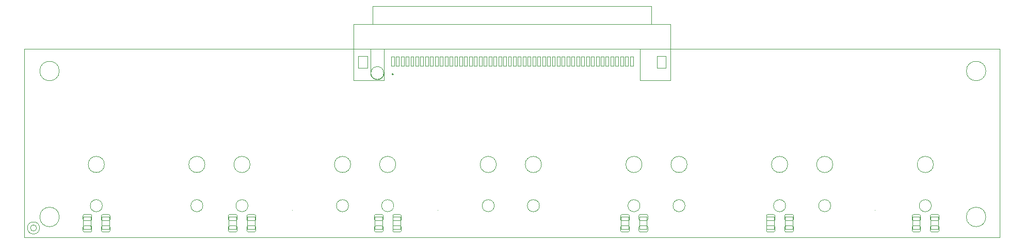
<source format=gbr>
%TF.GenerationSoftware,KiCad,Pcbnew,(7.0.0)*%
%TF.CreationDate,2023-07-13T12:17:45+02:00*%
%TF.ProjectId,RD53B_Quad_6DP_to_ERF8_Data_Adapter,52443533-425f-4517-9561-645f3644505f,V1*%
%TF.SameCoordinates,PX1767f18PY451e560*%
%TF.FileFunction,AssemblyDrawing,Bot*%
%FSLAX46Y46*%
G04 Gerber Fmt 4.6, Leading zero omitted, Abs format (unit mm)*
G04 Created by KiCad (PCBNEW (7.0.0)) date 2023-07-13 12:17:45*
%MOMM*%
%LPD*%
G01*
G04 APERTURE LIST*
%ADD10C,0.100000*%
%ADD11C,0.200000*%
%ADD12C,0.100000*%
%TD*%
%TA.AperFunction,Profile*%
%ADD13C,0.010000*%
%TD*%
G04 APERTURE END LIST*
D10*
%TO.C,J7*%
X53998000Y35005000D02*
X57138000Y35005000D01*
X53998000Y31005000D02*
X53998000Y35005000D01*
X53998000Y31005000D02*
X58998000Y31005000D01*
X53998000Y25805000D02*
X53998000Y31005000D01*
X53998000Y25805000D02*
X58998000Y25805000D01*
X57138000Y38005000D02*
X102858000Y38005000D01*
X57138000Y35005000D02*
X57138000Y38005000D01*
X57138000Y35005000D02*
X102858000Y35005000D01*
X58998000Y31005000D02*
X100998000Y31005000D01*
X58998000Y25805000D02*
X58998000Y31005000D01*
X100998000Y31005000D02*
X100998000Y25805000D01*
X100998000Y31005000D02*
X105998000Y31005000D01*
X100998000Y25805000D02*
X105998000Y25805000D01*
X102858000Y38005000D02*
X102858000Y35005000D01*
X102858000Y35005000D02*
X105998000Y35005000D01*
X105998000Y35005000D02*
X105998000Y31005000D01*
X105998000Y31005000D02*
X105998000Y25805000D01*
D11*
X60498000Y26805000D02*
G75*
G03*
X60498000Y26805000I-100000J0D01*
G01*
D10*
%TO.C,C12*%
X149903000Y3335000D02*
X148653000Y3335000D01*
X148653000Y3335000D02*
X148653000Y1335000D01*
X149903000Y1335000D02*
X149903000Y3335000D01*
X148653000Y1335000D02*
X149903000Y1335000D01*
%TO.C,R3*%
X61709000Y3335000D02*
X60459000Y3335000D01*
X60459000Y3335000D02*
X60459000Y1335000D01*
X61709000Y1335000D02*
X61709000Y3335000D01*
X60459000Y1335000D02*
X61709000Y1335000D01*
%TO.C,R6*%
X146903000Y3335000D02*
X145653000Y3335000D01*
X145653000Y3335000D02*
X145653000Y1335000D01*
X146903000Y1335000D02*
X146903000Y3335000D01*
X145653000Y1335000D02*
X146903000Y1335000D01*
%TO.C,R4*%
X99107000Y3335000D02*
X97857000Y3335000D01*
X97857000Y3335000D02*
X97857000Y1335000D01*
X99107000Y1335000D02*
X99107000Y3335000D01*
X97857000Y1335000D02*
X99107000Y1335000D01*
%TO.C,REF_Bottom*%
X2487000Y1524000D02*
G75*
G03*
X2487000Y1524000I-1000000J0D01*
G01*
%TO.C,R2*%
X37809000Y3335000D02*
X36559000Y3335000D01*
X36559000Y3335000D02*
X36559000Y1335000D01*
X37809000Y1335000D02*
X37809000Y3335000D01*
X36559000Y1335000D02*
X37809000Y1335000D01*
%TO.C,R1*%
X13913000Y3335000D02*
X12663000Y3335000D01*
X12663000Y3335000D02*
X12663000Y1335000D01*
X13913000Y1335000D02*
X13913000Y3335000D01*
X12663000Y1335000D02*
X13913000Y1335000D01*
%TO.C,C8*%
X34750000Y3335000D02*
X33500000Y3335000D01*
X33500000Y3335000D02*
X33500000Y1335000D01*
X34750000Y1335000D02*
X34750000Y3335000D01*
X33500000Y1335000D02*
X34750000Y1335000D01*
%TO.C,C7*%
X10913000Y3335000D02*
X9663000Y3335000D01*
X9663000Y3335000D02*
X9663000Y1335000D01*
X10913000Y1335000D02*
X10913000Y3335000D01*
X9663000Y1335000D02*
X10913000Y1335000D01*
%TO.C,C9*%
X58709000Y3335000D02*
X57459000Y3335000D01*
X57459000Y3335000D02*
X57459000Y1335000D01*
X58709000Y1335000D02*
X58709000Y3335000D01*
X57459000Y1335000D02*
X58709000Y1335000D01*
%TO.C,R5*%
X123005000Y3335000D02*
X121755000Y3335000D01*
X121755000Y3335000D02*
X121755000Y1335000D01*
X123005000Y1335000D02*
X123005000Y3335000D01*
X121755000Y1335000D02*
X123005000Y1335000D01*
%TO.C,C11*%
X126005000Y3335000D02*
X124755000Y3335000D01*
X124755000Y3335000D02*
X124755000Y1335000D01*
X126005000Y1335000D02*
X126005000Y3335000D01*
X124755000Y1335000D02*
X126005000Y1335000D01*
%TO.C,C10*%
X102107000Y3335000D02*
X100857000Y3335000D01*
X100857000Y3335000D02*
X100857000Y1335000D01*
X102107000Y1335000D02*
X102107000Y3335000D01*
X100857000Y1335000D02*
X102107000Y1335000D01*
%TD*%
%TO.C,*%
X5718000Y3335000D02*
G75*
G03*
X5718000Y3335000I-1600000J0D01*
G01*
%TD*%
%TO.C,J4*%
X91732500Y4405000D02*
G75*
G03*
X91732500Y4405000I-500J0D01*
G01*
X84812000Y11965000D02*
G75*
G03*
X84812000Y11965000I-1330000J0D01*
G01*
X84473000Y5185000D02*
G75*
G03*
X84473000Y5185000I-991000J0D01*
G01*
X100973000Y5185000D02*
G75*
G03*
X100973000Y5185000I-991000J0D01*
G01*
X101312000Y11965000D02*
G75*
G03*
X101312000Y11965000I-1330000J0D01*
G01*
%TD*%
%TO.C,J2*%
X43934500Y4406000D02*
G75*
G03*
X43934500Y4406000I-500J0D01*
G01*
X37014000Y11966000D02*
G75*
G03*
X37014000Y11966000I-1330000J0D01*
G01*
X36675000Y5186000D02*
G75*
G03*
X36675000Y5186000I-991000J0D01*
G01*
X53175000Y5186000D02*
G75*
G03*
X53175000Y5186000I-991000J0D01*
G01*
X53514000Y11966000D02*
G75*
G03*
X53514000Y11966000I-1330000J0D01*
G01*
%TD*%
%TO.C,J7*%
X58938000Y27005000D02*
G75*
G03*
X58938000Y27005000I-1050000J0D01*
G01*
X60148000Y29685000D02*
X60148000Y28205000D01*
X60648000Y28205000D01*
X60648000Y29685000D01*
X60148000Y29685000D01*
X60948000Y29685000D02*
X60948000Y28205000D01*
X61448000Y28205000D01*
X61448000Y29685000D01*
X60948000Y29685000D01*
X61748000Y29685000D02*
X61748000Y28205000D01*
X62248000Y28205000D01*
X62248000Y29685000D01*
X61748000Y29685000D01*
X62548000Y29685000D02*
X62548000Y28205000D01*
X63048000Y28205000D01*
X63048000Y29685000D01*
X62548000Y29685000D01*
X63348000Y29685000D02*
X63348000Y28205000D01*
X63848000Y28205000D01*
X63848000Y29685000D01*
X63348000Y29685000D01*
X64148000Y29685000D02*
X64148000Y28205000D01*
X64648000Y28205000D01*
X64648000Y29685000D01*
X64148000Y29685000D01*
X64948000Y29685000D02*
X64948000Y28205000D01*
X65448000Y28205000D01*
X65448000Y29685000D01*
X64948000Y29685000D01*
X65748000Y29685000D02*
X65748000Y28205000D01*
X66248000Y28205000D01*
X66248000Y29685000D01*
X65748000Y29685000D01*
X66548000Y29685000D02*
X66548000Y28205000D01*
X67048000Y28205000D01*
X67048000Y29685000D01*
X66548000Y29685000D01*
X67348000Y29685000D02*
X67348000Y28205000D01*
X67848000Y28205000D01*
X67848000Y29685000D01*
X67348000Y29685000D01*
X68148000Y29685000D02*
X68148000Y28205000D01*
X68648000Y28205000D01*
X68648000Y29685000D01*
X68148000Y29685000D01*
X68948000Y29685000D02*
X68948000Y28205000D01*
X69448000Y28205000D01*
X69448000Y29685000D01*
X68948000Y29685000D01*
X69748000Y29685000D02*
X69748000Y28205000D01*
X70248000Y28205000D01*
X70248000Y29685000D01*
X69748000Y29685000D01*
X70548000Y29685000D02*
X70548000Y28205000D01*
X71048000Y28205000D01*
X71048000Y29685000D01*
X70548000Y29685000D01*
X71348000Y29685000D02*
X71348000Y28205000D01*
X71848000Y28205000D01*
X71848000Y29685000D01*
X71348000Y29685000D01*
X72148000Y29685000D02*
X72148000Y28205000D01*
X72648000Y28205000D01*
X72648000Y29685000D01*
X72148000Y29685000D01*
X72948000Y29685000D02*
X72948000Y28205000D01*
X73448000Y28205000D01*
X73448000Y29685000D01*
X72948000Y29685000D01*
X73748000Y29685000D02*
X73748000Y28205000D01*
X74248000Y28205000D01*
X74248000Y29685000D01*
X73748000Y29685000D01*
X74548000Y29685000D02*
X74548000Y28205000D01*
X75048000Y28205000D01*
X75048000Y29685000D01*
X74548000Y29685000D01*
X75348000Y29685000D02*
X75348000Y28205000D01*
X75848000Y28205000D01*
X75848000Y29685000D01*
X75348000Y29685000D01*
X76148000Y29685000D02*
X76148000Y28205000D01*
X76648000Y28205000D01*
X76648000Y29685000D01*
X76148000Y29685000D01*
X76948000Y29685000D02*
X76948000Y28205000D01*
X77448000Y28205000D01*
X77448000Y29685000D01*
X76948000Y29685000D01*
X77748000Y29685000D02*
X77748000Y28205000D01*
X78248000Y28205000D01*
X78248000Y29685000D01*
X77748000Y29685000D01*
X78548000Y29685000D02*
X78548000Y28205000D01*
X79048000Y28205000D01*
X79048000Y29685000D01*
X78548000Y29685000D01*
X79348000Y29685000D02*
X79348000Y28205000D01*
X79848000Y28205000D01*
X79848000Y29685000D01*
X79348000Y29685000D01*
X80148000Y29685000D02*
X80148000Y28205000D01*
X80648000Y28205000D01*
X80648000Y29685000D01*
X80148000Y29685000D01*
X80948000Y29685000D02*
X80948000Y28205000D01*
X81448000Y28205000D01*
X81448000Y29685000D01*
X80948000Y29685000D01*
X81748000Y29685000D02*
X81748000Y28205000D01*
X82248000Y28205000D01*
X82248000Y29685000D01*
X81748000Y29685000D01*
X82548000Y29685000D02*
X82548000Y28205000D01*
X83048000Y28205000D01*
X83048000Y29685000D01*
X82548000Y29685000D01*
X83348000Y29685000D02*
X83348000Y28205000D01*
X83848000Y28205000D01*
X83848000Y29685000D01*
X83348000Y29685000D01*
X84148000Y29685000D02*
X84148000Y28205000D01*
X84648000Y28205000D01*
X84648000Y29685000D01*
X84148000Y29685000D01*
X84948000Y29685000D02*
X84948000Y28205000D01*
X85448000Y28205000D01*
X85448000Y29685000D01*
X84948000Y29685000D01*
X85748000Y29685000D02*
X85748000Y28205000D01*
X86248000Y28205000D01*
X86248000Y29685000D01*
X85748000Y29685000D01*
X86548000Y29685000D02*
X86548000Y28205000D01*
X87048000Y28205000D01*
X87048000Y29685000D01*
X86548000Y29685000D01*
X87348000Y29685000D02*
X87348000Y28205000D01*
X87848000Y28205000D01*
X87848000Y29685000D01*
X87348000Y29685000D01*
X88148000Y29685000D02*
X88148000Y28205000D01*
X88648000Y28205000D01*
X88648000Y29685000D01*
X88148000Y29685000D01*
X88948000Y29685000D02*
X88948000Y28205000D01*
X89448000Y28205000D01*
X89448000Y29685000D01*
X88948000Y29685000D01*
X89748000Y29685000D02*
X89748000Y28205000D01*
X90248000Y28205000D01*
X90248000Y29685000D01*
X89748000Y29685000D01*
X90548000Y29685000D02*
X90548000Y28205000D01*
X91048000Y28205000D01*
X91048000Y29685000D01*
X90548000Y29685000D01*
X91348000Y29685000D02*
X91348000Y28205000D01*
X91848000Y28205000D01*
X91848000Y29685000D01*
X91348000Y29685000D01*
X92148000Y29685000D02*
X92148000Y28205000D01*
X92648000Y28205000D01*
X92648000Y29685000D01*
X92148000Y29685000D01*
X92948000Y29685000D02*
X92948000Y28205000D01*
X93448000Y28205000D01*
X93448000Y29685000D01*
X92948000Y29685000D01*
X93748000Y29685000D02*
X93748000Y28205000D01*
X94248000Y28205000D01*
X94248000Y29685000D01*
X93748000Y29685000D01*
X94548000Y29685000D02*
X94548000Y28205000D01*
X95048000Y28205000D01*
X95048000Y29685000D01*
X94548000Y29685000D01*
X95348000Y29685000D02*
X95348000Y28205000D01*
X95848000Y28205000D01*
X95848000Y29685000D01*
X95348000Y29685000D01*
X96148000Y29685000D02*
X96148000Y28205000D01*
X96648000Y28205000D01*
X96648000Y29685000D01*
X96148000Y29685000D01*
X96948000Y29685000D02*
X96948000Y28205000D01*
X97448000Y28205000D01*
X97448000Y29685000D01*
X96948000Y29685000D01*
X97748000Y29685000D02*
X97748000Y28205000D01*
X98248000Y28205000D01*
X98248000Y29685000D01*
X97748000Y29685000D01*
X98548000Y29685000D02*
X98548000Y28205000D01*
X99048000Y28205000D01*
X99048000Y29685000D01*
X98548000Y29685000D01*
X99348000Y29685000D02*
X99348000Y28205000D01*
X99848000Y28205000D01*
X99848000Y29685000D01*
X99348000Y29685000D01*
X54748000Y29805000D02*
X54748000Y27805000D01*
X56248000Y27805000D01*
X56248000Y29805000D01*
X54748000Y29805000D01*
X103748000Y29805000D02*
X103748000Y27805000D01*
X105248000Y27805000D01*
X105248000Y29805000D01*
X103748000Y29805000D01*
%TD*%
%TO.C,J6*%
X139528500Y4405000D02*
G75*
G03*
X139528500Y4405000I-500J0D01*
G01*
X132608000Y11965000D02*
G75*
G03*
X132608000Y11965000I-1330000J0D01*
G01*
X132269000Y5185000D02*
G75*
G03*
X132269000Y5185000I-991000J0D01*
G01*
X148769000Y5185000D02*
G75*
G03*
X148769000Y5185000I-991000J0D01*
G01*
X149108000Y11965000D02*
G75*
G03*
X149108000Y11965000I-1330000J0D01*
G01*
%TD*%
%TO.C,*%
X5718000Y27335000D02*
G75*
G03*
X5718000Y27335000I-1600000J0D01*
G01*
%TD*%
%TO.C,J5*%
X115630500Y4405000D02*
G75*
G03*
X115630500Y4405000I-500J0D01*
G01*
X108710000Y11965000D02*
G75*
G03*
X108710000Y11965000I-1330000J0D01*
G01*
X108371000Y5185000D02*
G75*
G03*
X108371000Y5185000I-991000J0D01*
G01*
X124871000Y5185000D02*
G75*
G03*
X124871000Y5185000I-991000J0D01*
G01*
X125210000Y11965000D02*
G75*
G03*
X125210000Y11965000I-1330000J0D01*
G01*
%TD*%
%TO.C,J3*%
X67834500Y4405000D02*
G75*
G03*
X67834500Y4405000I-500J0D01*
G01*
X60914000Y11965000D02*
G75*
G03*
X60914000Y11965000I-1330000J0D01*
G01*
X60575000Y5185000D02*
G75*
G03*
X60575000Y5185000I-991000J0D01*
G01*
X77075000Y5185000D02*
G75*
G03*
X77075000Y5185000I-991000J0D01*
G01*
X77414000Y11965000D02*
G75*
G03*
X77414000Y11965000I-1330000J0D01*
G01*
%TD*%
%TO.C,*%
X157718000Y3335000D02*
G75*
G03*
X157718000Y3335000I-1600000J0D01*
G01*
%TD*%
%TO.C,J1*%
X20038500Y4405000D02*
G75*
G03*
X20038500Y4405000I-500J0D01*
G01*
X13118000Y11965000D02*
G75*
G03*
X13118000Y11965000I-1330000J0D01*
G01*
X12779000Y5185000D02*
G75*
G03*
X12779000Y5185000I-991000J0D01*
G01*
X29279000Y5185000D02*
G75*
G03*
X29279000Y5185000I-991000J0D01*
G01*
X29618000Y11965000D02*
G75*
G03*
X29618000Y11965000I-1330000J0D01*
G01*
%TD*%
%TO.C,*%
X157718000Y27335000D02*
G75*
G03*
X157718000Y27335000I-1600000J0D01*
G01*
%TD*%
D12*
%TO.C,C12*%
D10*
X149753000Y3785000D02*
X149848671Y3765970D01*
X149929777Y3711777D01*
X149983970Y3630671D01*
X150003000Y3535000D01*
X150003000Y3035000D01*
X149983970Y2939329D01*
X149929777Y2858223D01*
X149848671Y2804030D01*
X149753000Y2785000D01*
X148803000Y2785000D01*
X148707329Y2804030D01*
X148626223Y2858223D01*
X148572030Y2939329D01*
X148553000Y3035000D01*
X148553000Y3535000D01*
X148572030Y3630671D01*
X148626223Y3711777D01*
X148707329Y3765970D01*
X148803000Y3785000D01*
X149753000Y3785000D01*
D12*
D10*
X149753000Y1885000D02*
X149848671Y1865970D01*
X149929777Y1811777D01*
X149983970Y1730671D01*
X150003000Y1635000D01*
X150003000Y1135000D01*
X149983970Y1039329D01*
X149929777Y958223D01*
X149848671Y904030D01*
X149753000Y885000D01*
X148803000Y885000D01*
X148707329Y904030D01*
X148626223Y958223D01*
X148572030Y1039329D01*
X148553000Y1135000D01*
X148553000Y1635000D01*
X148572030Y1730671D01*
X148626223Y1811777D01*
X148707329Y1865970D01*
X148803000Y1885000D01*
X149753000Y1885000D01*
%TD*%
D12*
%TO.C,R3*%
D10*
X61534000Y3760000D02*
X61629671Y3740970D01*
X61710777Y3686777D01*
X61764970Y3605671D01*
X61784000Y3510000D01*
X61784000Y2985000D01*
X61764970Y2889329D01*
X61710777Y2808223D01*
X61629671Y2754030D01*
X61534000Y2735000D01*
X60634000Y2735000D01*
X60538329Y2754030D01*
X60457223Y2808223D01*
X60403030Y2889329D01*
X60384000Y2985000D01*
X60384000Y3510000D01*
X60403030Y3605671D01*
X60457223Y3686777D01*
X60538329Y3740970D01*
X60634000Y3760000D01*
X61534000Y3760000D01*
D12*
D10*
X61534000Y1935000D02*
X61629671Y1915970D01*
X61710777Y1861777D01*
X61764970Y1780671D01*
X61784000Y1685000D01*
X61784000Y1160000D01*
X61764970Y1064329D01*
X61710777Y983223D01*
X61629671Y929030D01*
X61534000Y910000D01*
X60634000Y910000D01*
X60538329Y929030D01*
X60457223Y983223D01*
X60403030Y1064329D01*
X60384000Y1160000D01*
X60384000Y1685000D01*
X60403030Y1780671D01*
X60457223Y1861777D01*
X60538329Y1915970D01*
X60634000Y1935000D01*
X61534000Y1935000D01*
%TD*%
D12*
%TO.C,R6*%
D10*
X146728000Y3760000D02*
X146823671Y3740970D01*
X146904777Y3686777D01*
X146958970Y3605671D01*
X146978000Y3510000D01*
X146978000Y2985000D01*
X146958970Y2889329D01*
X146904777Y2808223D01*
X146823671Y2754030D01*
X146728000Y2735000D01*
X145828000Y2735000D01*
X145732329Y2754030D01*
X145651223Y2808223D01*
X145597030Y2889329D01*
X145578000Y2985000D01*
X145578000Y3510000D01*
X145597030Y3605671D01*
X145651223Y3686777D01*
X145732329Y3740970D01*
X145828000Y3760000D01*
X146728000Y3760000D01*
D12*
D10*
X146728000Y1935000D02*
X146823671Y1915970D01*
X146904777Y1861777D01*
X146958970Y1780671D01*
X146978000Y1685000D01*
X146978000Y1160000D01*
X146958970Y1064329D01*
X146904777Y983223D01*
X146823671Y929030D01*
X146728000Y910000D01*
X145828000Y910000D01*
X145732329Y929030D01*
X145651223Y983223D01*
X145597030Y1064329D01*
X145578000Y1160000D01*
X145578000Y1685000D01*
X145597030Y1780671D01*
X145651223Y1861777D01*
X145732329Y1915970D01*
X145828000Y1935000D01*
X146728000Y1935000D01*
%TD*%
D12*
%TO.C,R4*%
D10*
X98932000Y3760000D02*
X99027671Y3740970D01*
X99108777Y3686777D01*
X99162970Y3605671D01*
X99182000Y3510000D01*
X99182000Y2985000D01*
X99162970Y2889329D01*
X99108777Y2808223D01*
X99027671Y2754030D01*
X98932000Y2735000D01*
X98032000Y2735000D01*
X97936329Y2754030D01*
X97855223Y2808223D01*
X97801030Y2889329D01*
X97782000Y2985000D01*
X97782000Y3510000D01*
X97801030Y3605671D01*
X97855223Y3686777D01*
X97936329Y3740970D01*
X98032000Y3760000D01*
X98932000Y3760000D01*
D12*
D10*
X98932000Y1935000D02*
X99027671Y1915970D01*
X99108777Y1861777D01*
X99162970Y1780671D01*
X99182000Y1685000D01*
X99182000Y1160000D01*
X99162970Y1064329D01*
X99108777Y983223D01*
X99027671Y929030D01*
X98932000Y910000D01*
X98032000Y910000D01*
X97936329Y929030D01*
X97855223Y983223D01*
X97801030Y1064329D01*
X97782000Y1160000D01*
X97782000Y1685000D01*
X97801030Y1780671D01*
X97855223Y1861777D01*
X97936329Y1915970D01*
X98032000Y1935000D01*
X98932000Y1935000D01*
%TD*%
%TO.C,REF_Bottom*%
X1987000Y1524000D02*
G75*
G03*
X1987000Y1524000I-500000J0D01*
G01*
%TD*%
D12*
%TO.C,R2*%
D10*
X37634000Y3760000D02*
X37729671Y3740970D01*
X37810777Y3686777D01*
X37864970Y3605671D01*
X37884000Y3510000D01*
X37884000Y2985000D01*
X37864970Y2889329D01*
X37810777Y2808223D01*
X37729671Y2754030D01*
X37634000Y2735000D01*
X36734000Y2735000D01*
X36638329Y2754030D01*
X36557223Y2808223D01*
X36503030Y2889329D01*
X36484000Y2985000D01*
X36484000Y3510000D01*
X36503030Y3605671D01*
X36557223Y3686777D01*
X36638329Y3740970D01*
X36734000Y3760000D01*
X37634000Y3760000D01*
D12*
D10*
X37634000Y1935000D02*
X37729671Y1915970D01*
X37810777Y1861777D01*
X37864970Y1780671D01*
X37884000Y1685000D01*
X37884000Y1160000D01*
X37864970Y1064329D01*
X37810777Y983223D01*
X37729671Y929030D01*
X37634000Y910000D01*
X36734000Y910000D01*
X36638329Y929030D01*
X36557223Y983223D01*
X36503030Y1064329D01*
X36484000Y1160000D01*
X36484000Y1685000D01*
X36503030Y1780671D01*
X36557223Y1861777D01*
X36638329Y1915970D01*
X36734000Y1935000D01*
X37634000Y1935000D01*
%TD*%
D12*
%TO.C,R1*%
D10*
X13738000Y3760000D02*
X13833671Y3740970D01*
X13914777Y3686777D01*
X13968970Y3605671D01*
X13988000Y3510000D01*
X13988000Y2985000D01*
X13968970Y2889329D01*
X13914777Y2808223D01*
X13833671Y2754030D01*
X13738000Y2735000D01*
X12838000Y2735000D01*
X12742329Y2754030D01*
X12661223Y2808223D01*
X12607030Y2889329D01*
X12588000Y2985000D01*
X12588000Y3510000D01*
X12607030Y3605671D01*
X12661223Y3686777D01*
X12742329Y3740970D01*
X12838000Y3760000D01*
X13738000Y3760000D01*
D12*
D10*
X13738000Y1935000D02*
X13833671Y1915970D01*
X13914777Y1861777D01*
X13968970Y1780671D01*
X13988000Y1685000D01*
X13988000Y1160000D01*
X13968970Y1064329D01*
X13914777Y983223D01*
X13833671Y929030D01*
X13738000Y910000D01*
X12838000Y910000D01*
X12742329Y929030D01*
X12661223Y983223D01*
X12607030Y1064329D01*
X12588000Y1160000D01*
X12588000Y1685000D01*
X12607030Y1780671D01*
X12661223Y1861777D01*
X12742329Y1915970D01*
X12838000Y1935000D01*
X13738000Y1935000D01*
%TD*%
D12*
%TO.C,C8*%
D10*
X34600000Y3785000D02*
X34695671Y3765970D01*
X34776777Y3711777D01*
X34830970Y3630671D01*
X34850000Y3535000D01*
X34850000Y3035000D01*
X34830970Y2939329D01*
X34776777Y2858223D01*
X34695671Y2804030D01*
X34600000Y2785000D01*
X33650000Y2785000D01*
X33554329Y2804030D01*
X33473223Y2858223D01*
X33419030Y2939329D01*
X33400000Y3035000D01*
X33400000Y3535000D01*
X33419030Y3630671D01*
X33473223Y3711777D01*
X33554329Y3765970D01*
X33650000Y3785000D01*
X34600000Y3785000D01*
D12*
D10*
X34600000Y1885000D02*
X34695671Y1865970D01*
X34776777Y1811777D01*
X34830970Y1730671D01*
X34850000Y1635000D01*
X34850000Y1135000D01*
X34830970Y1039329D01*
X34776777Y958223D01*
X34695671Y904030D01*
X34600000Y885000D01*
X33650000Y885000D01*
X33554329Y904030D01*
X33473223Y958223D01*
X33419030Y1039329D01*
X33400000Y1135000D01*
X33400000Y1635000D01*
X33419030Y1730671D01*
X33473223Y1811777D01*
X33554329Y1865970D01*
X33650000Y1885000D01*
X34600000Y1885000D01*
%TD*%
D12*
%TO.C,C7*%
D10*
X10763000Y3785000D02*
X10858671Y3765970D01*
X10939777Y3711777D01*
X10993970Y3630671D01*
X11013000Y3535000D01*
X11013000Y3035000D01*
X10993970Y2939329D01*
X10939777Y2858223D01*
X10858671Y2804030D01*
X10763000Y2785000D01*
X9813000Y2785000D01*
X9717329Y2804030D01*
X9636223Y2858223D01*
X9582030Y2939329D01*
X9563000Y3035000D01*
X9563000Y3535000D01*
X9582030Y3630671D01*
X9636223Y3711777D01*
X9717329Y3765970D01*
X9813000Y3785000D01*
X10763000Y3785000D01*
D12*
D10*
X10763000Y1885000D02*
X10858671Y1865970D01*
X10939777Y1811777D01*
X10993970Y1730671D01*
X11013000Y1635000D01*
X11013000Y1135000D01*
X10993970Y1039329D01*
X10939777Y958223D01*
X10858671Y904030D01*
X10763000Y885000D01*
X9813000Y885000D01*
X9717329Y904030D01*
X9636223Y958223D01*
X9582030Y1039329D01*
X9563000Y1135000D01*
X9563000Y1635000D01*
X9582030Y1730671D01*
X9636223Y1811777D01*
X9717329Y1865970D01*
X9813000Y1885000D01*
X10763000Y1885000D01*
%TD*%
D12*
%TO.C,C9*%
D10*
X58559000Y3785000D02*
X58654671Y3765970D01*
X58735777Y3711777D01*
X58789970Y3630671D01*
X58809000Y3535000D01*
X58809000Y3035000D01*
X58789970Y2939329D01*
X58735777Y2858223D01*
X58654671Y2804030D01*
X58559000Y2785000D01*
X57609000Y2785000D01*
X57513329Y2804030D01*
X57432223Y2858223D01*
X57378030Y2939329D01*
X57359000Y3035000D01*
X57359000Y3535000D01*
X57378030Y3630671D01*
X57432223Y3711777D01*
X57513329Y3765970D01*
X57609000Y3785000D01*
X58559000Y3785000D01*
D12*
D10*
X58559000Y1885000D02*
X58654671Y1865970D01*
X58735777Y1811777D01*
X58789970Y1730671D01*
X58809000Y1635000D01*
X58809000Y1135000D01*
X58789970Y1039329D01*
X58735777Y958223D01*
X58654671Y904030D01*
X58559000Y885000D01*
X57609000Y885000D01*
X57513329Y904030D01*
X57432223Y958223D01*
X57378030Y1039329D01*
X57359000Y1135000D01*
X57359000Y1635000D01*
X57378030Y1730671D01*
X57432223Y1811777D01*
X57513329Y1865970D01*
X57609000Y1885000D01*
X58559000Y1885000D01*
%TD*%
D12*
%TO.C,R5*%
D10*
X122830000Y3760000D02*
X122925671Y3740970D01*
X123006777Y3686777D01*
X123060970Y3605671D01*
X123080000Y3510000D01*
X123080000Y2985000D01*
X123060970Y2889329D01*
X123006777Y2808223D01*
X122925671Y2754030D01*
X122830000Y2735000D01*
X121930000Y2735000D01*
X121834329Y2754030D01*
X121753223Y2808223D01*
X121699030Y2889329D01*
X121680000Y2985000D01*
X121680000Y3510000D01*
X121699030Y3605671D01*
X121753223Y3686777D01*
X121834329Y3740970D01*
X121930000Y3760000D01*
X122830000Y3760000D01*
D12*
D10*
X122830000Y1935000D02*
X122925671Y1915970D01*
X123006777Y1861777D01*
X123060970Y1780671D01*
X123080000Y1685000D01*
X123080000Y1160000D01*
X123060970Y1064329D01*
X123006777Y983223D01*
X122925671Y929030D01*
X122830000Y910000D01*
X121930000Y910000D01*
X121834329Y929030D01*
X121753223Y983223D01*
X121699030Y1064329D01*
X121680000Y1160000D01*
X121680000Y1685000D01*
X121699030Y1780671D01*
X121753223Y1861777D01*
X121834329Y1915970D01*
X121930000Y1935000D01*
X122830000Y1935000D01*
%TD*%
D12*
%TO.C,C11*%
D10*
X125855000Y3785000D02*
X125950671Y3765970D01*
X126031777Y3711777D01*
X126085970Y3630671D01*
X126105000Y3535000D01*
X126105000Y3035000D01*
X126085970Y2939329D01*
X126031777Y2858223D01*
X125950671Y2804030D01*
X125855000Y2785000D01*
X124905000Y2785000D01*
X124809329Y2804030D01*
X124728223Y2858223D01*
X124674030Y2939329D01*
X124655000Y3035000D01*
X124655000Y3535000D01*
X124674030Y3630671D01*
X124728223Y3711777D01*
X124809329Y3765970D01*
X124905000Y3785000D01*
X125855000Y3785000D01*
D12*
D10*
X125855000Y1885000D02*
X125950671Y1865970D01*
X126031777Y1811777D01*
X126085970Y1730671D01*
X126105000Y1635000D01*
X126105000Y1135000D01*
X126085970Y1039329D01*
X126031777Y958223D01*
X125950671Y904030D01*
X125855000Y885000D01*
X124905000Y885000D01*
X124809329Y904030D01*
X124728223Y958223D01*
X124674030Y1039329D01*
X124655000Y1135000D01*
X124655000Y1635000D01*
X124674030Y1730671D01*
X124728223Y1811777D01*
X124809329Y1865970D01*
X124905000Y1885000D01*
X125855000Y1885000D01*
%TD*%
D12*
%TO.C,C10*%
D10*
X101957000Y3785000D02*
X102052671Y3765970D01*
X102133777Y3711777D01*
X102187970Y3630671D01*
X102207000Y3535000D01*
X102207000Y3035000D01*
X102187970Y2939329D01*
X102133777Y2858223D01*
X102052671Y2804030D01*
X101957000Y2785000D01*
X101007000Y2785000D01*
X100911329Y2804030D01*
X100830223Y2858223D01*
X100776030Y2939329D01*
X100757000Y3035000D01*
X100757000Y3535000D01*
X100776030Y3630671D01*
X100830223Y3711777D01*
X100911329Y3765970D01*
X101007000Y3785000D01*
X101957000Y3785000D01*
D12*
D10*
X101957000Y1885000D02*
X102052671Y1865970D01*
X102133777Y1811777D01*
X102187970Y1730671D01*
X102207000Y1635000D01*
X102207000Y1135000D01*
X102187970Y1039329D01*
X102133777Y958223D01*
X102052671Y904030D01*
X101957000Y885000D01*
X101007000Y885000D01*
X100911329Y904030D01*
X100830223Y958223D01*
X100776030Y1039329D01*
X100757000Y1135000D01*
X100757000Y1635000D01*
X100776030Y1730671D01*
X100830223Y1811777D01*
X100911329Y1865970D01*
X101007000Y1885000D01*
X101957000Y1885000D01*
%TD*%
D13*
X-2000Y31005000D02*
X-2000Y5000D01*
X159998000Y31005000D02*
X159998000Y5000D01*
X105998000Y31005000D02*
X159998000Y31005000D01*
X53998000Y31005000D02*
X-2000Y31005000D01*
X-2000Y5000D02*
X159998000Y5000D01*
%TO.C,J7*%
X56778000Y31005000D02*
X53998000Y31005000D01*
X56778000Y27005000D02*
X56778000Y31005000D01*
X58998000Y31005000D02*
X58998000Y27005000D01*
X105998000Y31005000D02*
X58998000Y31005000D01*
X56778000Y27005000D02*
G75*
G03*
X57888000Y25895000I1109998J-2D01*
G01*
X57888000Y25895000D02*
G75*
G03*
X58998000Y27005000I2J1109998D01*
G01*
%TD*%
M02*

</source>
